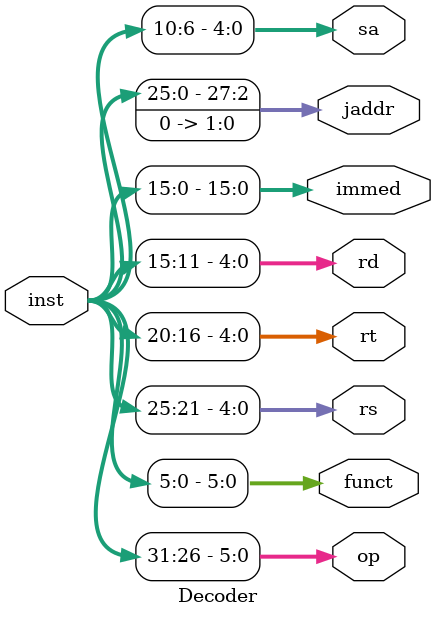
<source format=v>
`timescale 1ns / 1ps

module Decoder(inst,
               op,
               funct,
               rs,
               rt,
               rd,
               immed,
               jaddr,
               sa);
    
    input  [31:0] inst;
    output [5:0]  op;
    output [5:0]  funct;
    output [4:0]  rs;
    output [4:0]  rt;
    output [4:0]  rd;
    output [15:0] immed;
    output [27:0] jaddr;
    output [4:0]  sa;
    
    assign op    = inst[31:26];
    assign funct = inst[5:0];
    assign rs    = inst[25:21];
    assign rt    = inst[20:16];
    assign rd    = inst[15:11];
    assign immed = inst[15:0];
    assign jaddr = {inst[25:0], 2'b00};
    assign sa    = inst[10:6];
    
endmodule

</source>
